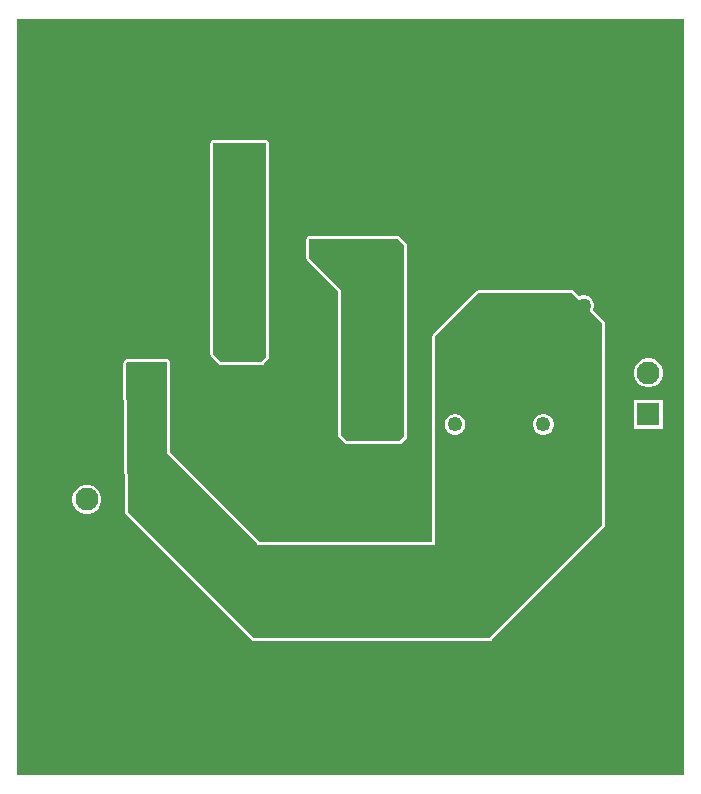
<source format=gbl>
G04*
G04 #@! TF.GenerationSoftware,Altium Limited,Altium Designer,23.0.1 (38)*
G04*
G04 Layer_Physical_Order=2*
G04 Layer_Color=16711680*
%FSLAX44Y44*%
%MOMM*%
G71*
G04*
G04 #@! TF.SameCoordinates,A3EDC093-15D2-44AE-8FD2-E7B7E0E1842E*
G04*
G04*
G04 #@! TF.FilePolarity,Positive*
G04*
G01*
G75*
%ADD33C,1.2500*%
%ADD34C,1.9500*%
%ADD35R,1.9500X1.9500*%
%ADD36C,1.2700*%
%ADD37C,0.6000*%
G36*
X1770000Y917500D02*
Y280000D01*
X1205000D01*
Y920000D01*
X1770000D01*
Y917500D01*
D02*
G37*
%LPC*%
G36*
X1416050Y817930D02*
X1371600D01*
X1370609Y817733D01*
X1369769Y817171D01*
X1369207Y816331D01*
X1369010Y815340D01*
Y636270D01*
X1369207Y635279D01*
X1369769Y634439D01*
X1376119Y628089D01*
X1376959Y627527D01*
X1377950Y627330D01*
X1412240D01*
X1413231Y627527D01*
X1414071Y628089D01*
X1417881Y631899D01*
X1418443Y632739D01*
X1418640Y633730D01*
Y815340D01*
X1418443Y816331D01*
X1417881Y817171D01*
X1417041Y817733D01*
X1416050Y817930D01*
D02*
G37*
G36*
X1741518Y632760D02*
X1738282D01*
X1735156Y631922D01*
X1732354Y630304D01*
X1730066Y628016D01*
X1728448Y625214D01*
X1727610Y622088D01*
Y618852D01*
X1728448Y615726D01*
X1730066Y612924D01*
X1732354Y610635D01*
X1735156Y609017D01*
X1738282Y608180D01*
X1741518D01*
X1744644Y609017D01*
X1747446Y610635D01*
X1749734Y612924D01*
X1751353Y615726D01*
X1752190Y618852D01*
Y622088D01*
X1751353Y625214D01*
X1749734Y628016D01*
X1747446Y630304D01*
X1744644Y631922D01*
X1741518Y632760D01*
D02*
G37*
G36*
X1752190Y597760D02*
X1727610D01*
Y573180D01*
X1752190D01*
Y597760D01*
D02*
G37*
G36*
X1527810Y736650D02*
X1452880D01*
X1451889Y736453D01*
X1451049Y735891D01*
X1450487Y735051D01*
X1450290Y734060D01*
Y717550D01*
X1450487Y716559D01*
X1451049Y715719D01*
X1476960Y689807D01*
Y567690D01*
X1477157Y566699D01*
X1477719Y565859D01*
X1482799Y560779D01*
X1483639Y560217D01*
X1484630Y560020D01*
X1529080D01*
X1530071Y560217D01*
X1530911Y560779D01*
X1534721Y564589D01*
X1535283Y565429D01*
X1535480Y566420D01*
Y728980D01*
X1535283Y729971D01*
X1534721Y730811D01*
X1529641Y735891D01*
X1528801Y736453D01*
X1527810Y736650D01*
D02*
G37*
G36*
X1266078Y525650D02*
X1262842D01*
X1259716Y524813D01*
X1256914Y523195D01*
X1254626Y520906D01*
X1253008Y518104D01*
X1252170Y514978D01*
Y511742D01*
X1253008Y508616D01*
X1254626Y505814D01*
X1256914Y503526D01*
X1259716Y501908D01*
X1262842Y501070D01*
X1266078D01*
X1269204Y501908D01*
X1272006Y503526D01*
X1274295Y505814D01*
X1275912Y508616D01*
X1276750Y511742D01*
Y514978D01*
X1275912Y518104D01*
X1274295Y520906D01*
X1272006Y523195D01*
X1269204Y524813D01*
X1266078Y525650D01*
D02*
G37*
G36*
X1675130Y690930D02*
X1596390D01*
X1595399Y690733D01*
X1594559Y690171D01*
X1557729Y653341D01*
X1557167Y652501D01*
X1556970Y651510D01*
Y477570D01*
X1410773D01*
X1334820Y553523D01*
Y629920D01*
X1334623Y630911D01*
X1334061Y631751D01*
X1333221Y632313D01*
X1332230Y632510D01*
X1298843D01*
X1298836Y632509D01*
X1298829Y632510D01*
X1298340Y632410D01*
X1297852Y632313D01*
X1297846Y632309D01*
X1297840Y632308D01*
X1297426Y632028D01*
X1297011Y631751D01*
X1297008Y631746D01*
X1297002Y631742D01*
X1296109Y630839D01*
X1296105Y630834D01*
X1296100Y630830D01*
X1295826Y630412D01*
X1295551Y629996D01*
X1295550Y629990D01*
X1295547Y629984D01*
X1295455Y629495D01*
X1295359Y629004D01*
X1295361Y628998D01*
X1295359Y628991D01*
X1296620Y504176D01*
Y502920D01*
X1296817Y501929D01*
X1297379Y501089D01*
X1404059Y394409D01*
X1404899Y393847D01*
X1405890Y393650D01*
X1605280D01*
X1606271Y393847D01*
X1607111Y394409D01*
X1702361Y489659D01*
X1702923Y490499D01*
X1703120Y491490D01*
Y662940D01*
X1702923Y663931D01*
X1702361Y664771D01*
X1693203Y673929D01*
X1693284Y674069D01*
X1693890Y676330D01*
Y678670D01*
X1693284Y680931D01*
X1692114Y682959D01*
X1690459Y684614D01*
X1688431Y685784D01*
X1686170Y686390D01*
X1683830D01*
X1681569Y685784D01*
X1681429Y685704D01*
X1676961Y690171D01*
X1676121Y690733D01*
X1675130Y690930D01*
D02*
G37*
%LPD*%
G36*
X1416050Y633730D02*
X1412240Y629920D01*
X1377950D01*
X1371600Y636270D01*
Y815340D01*
X1416050D01*
Y633730D01*
D02*
G37*
G36*
X1532890Y728980D02*
Y566420D01*
X1529080Y562610D01*
X1484630D01*
X1479550Y567690D01*
Y690880D01*
X1452880Y717550D01*
Y734060D01*
X1527810D01*
X1532890Y728980D01*
D02*
G37*
G36*
X1700530Y662940D02*
Y491490D01*
X1605280Y396240D01*
X1405890D01*
X1299210Y502920D01*
Y504190D01*
X1297949Y629017D01*
X1298843Y629920D01*
X1332230D01*
Y552450D01*
X1409700Y474980D01*
X1559560D01*
Y651510D01*
X1596390Y688340D01*
X1675130D01*
X1700530Y662940D01*
D02*
G37*
%LPC*%
G36*
X1652157Y585770D02*
X1649843D01*
X1647607Y585171D01*
X1645603Y584014D01*
X1643966Y582377D01*
X1642809Y580373D01*
X1642210Y578137D01*
Y575823D01*
X1642809Y573587D01*
X1643966Y571583D01*
X1645603Y569946D01*
X1647607Y568789D01*
X1649843Y568190D01*
X1652157D01*
X1654393Y568789D01*
X1656397Y569946D01*
X1658034Y571583D01*
X1659191Y573587D01*
X1659790Y575823D01*
Y578137D01*
X1659191Y580373D01*
X1658034Y582377D01*
X1656397Y584014D01*
X1654393Y585171D01*
X1652157Y585770D01*
D02*
G37*
G36*
X1577227D02*
X1574913D01*
X1572677Y585171D01*
X1570673Y584014D01*
X1569036Y582377D01*
X1567879Y580373D01*
X1567280Y578137D01*
Y575823D01*
X1567879Y573587D01*
X1569036Y571583D01*
X1570673Y569946D01*
X1572677Y568789D01*
X1574913Y568190D01*
X1577227D01*
X1579463Y568789D01*
X1581467Y569946D01*
X1583104Y571583D01*
X1584261Y573587D01*
X1584860Y575823D01*
Y578137D01*
X1584261Y580373D01*
X1583104Y582377D01*
X1581467Y584014D01*
X1579463Y585171D01*
X1577227Y585770D01*
D02*
G37*
%LPD*%
D33*
X1651000Y626980D02*
D03*
Y576980D02*
D03*
X1576070Y626980D02*
D03*
Y576980D02*
D03*
D34*
X1739900Y620470D02*
D03*
X1264460Y513360D02*
D03*
D35*
X1739900Y585470D02*
D03*
X1264460Y548360D02*
D03*
D36*
X1242500Y855000D02*
D03*
X1262500D02*
D03*
X1282500D02*
D03*
Y880000D02*
D03*
X1262500D02*
D03*
X1242500D02*
D03*
X1685000Y677500D02*
D03*
X1667500D02*
D03*
X1650000D02*
D03*
X1435000Y407500D02*
D03*
X1412500Y427500D02*
D03*
X1435000D02*
D03*
Y447500D02*
D03*
X1413000Y447250D02*
D03*
X1412750Y408000D02*
D03*
X1325000Y582500D02*
D03*
X1398270Y805180D02*
D03*
Y787400D02*
D03*
X1379220D02*
D03*
X1383030Y637540D02*
D03*
X1403350D02*
D03*
X1508760Y571500D02*
D03*
X1525270D02*
D03*
Y588010D02*
D03*
X1508760D02*
D03*
X1492250D02*
D03*
X1325000Y602500D02*
D03*
X1305000D02*
D03*
Y622500D02*
D03*
Y582500D02*
D03*
X1325000Y622500D02*
D03*
X1460000Y727500D02*
D03*
X1615000Y677500D02*
D03*
X1632500D02*
D03*
X1379220Y805180D02*
D03*
X1485000Y727500D02*
D03*
X1510000D02*
D03*
X1492250Y571500D02*
D03*
X1597500Y677500D02*
D03*
D37*
X1455000Y572500D02*
D03*
X1442500D02*
D03*
X1417500D02*
D03*
X1430000D02*
D03*
M02*

</source>
